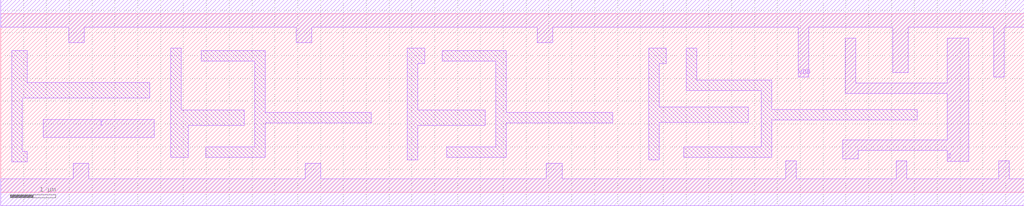
<source format=lef>
# Copyright 2022 GlobalFoundries PDK Authors
#
# Licensed under the Apache License, Version 2.0 (the "License");
# you may not use this file except in compliance with the License.
# You may obtain a copy of the License at
#
#      http://www.apache.org/licenses/LICENSE-2.0
#
# Unless required by applicable law or agreed to in writing, software
# distributed under the License is distributed on an "AS IS" BASIS,
# WITHOUT WARRANTIES OR CONDITIONS OF ANY KIND, either express or implied.
# See the License for the specific language governing permissions and
# limitations under the License.

MACRO gf180mcu_fd_sc_mcu7t5v0__dlyd_4
  CLASS core ;
  FOREIGN gf180mcu_fd_sc_mcu7t5v0__dlyd_4 0.0 0.0 ;
  ORIGIN 0 0 ;
  SYMMETRY X Y ;
  SITE GF018hv5v_mcu_sc7 ;
  SIZE 22.4 BY 3.92 ;
  PIN I
    DIRECTION INPUT ;
    ANTENNAGATEAREA 0.396 ;
    PORT
      LAYER Metal1 ;
        POLYGON 0.93 1.2 3.355 1.2 3.355 1.6 0.93 1.6  ;
    END
  END I
  PIN Z
    DIRECTION OUTPUT ;
    ANTENNADIFFAREA 2.1216 ;
    PORT
      LAYER Metal1 ;
        POLYGON 18.48 2.165 20.065 2.165 20.72 2.165 20.72 1.15 18.425 1.15 18.425 0.73 18.765 0.73 18.765 0.92 20.72 0.92 20.72 0.675 21.19 0.675 21.19 3.38 20.72 3.38 20.72 2.395 20.065 2.395 18.71 2.395 18.71 3.38 18.48 3.38  ;
    END
  END Z
  PIN VDD
    DIRECTION INOUT ;
    USE power ;
    SHAPE ABUTMENT ;
    PORT
      LAYER Metal1 ;
        POLYGON 0 3.62 1.485 3.62 1.485 3.285 1.825 3.285 1.825 3.62 3.265 3.62 6.465 3.62 6.465 3.285 6.805 3.285 6.805 3.62 8.115 3.62 11.745 3.62 11.745 3.285 12.085 3.285 12.085 3.62 13.395 3.62 17.46 3.62 17.46 2.53 17.69 2.53 17.69 3.62 19.525 3.62 19.525 2.625 19.865 2.625 19.865 3.62 20.065 3.62 21.74 3.62 21.74 2.53 21.97 2.53 21.97 3.62 22.4 3.62 22.4 4.22 20.065 4.22 13.395 4.22 8.115 4.22 3.265 4.22 0 4.22  ;
    END
  END VDD
  PIN VSS
    DIRECTION INOUT ;
    USE ground ;
    SHAPE ABUTMENT ;
    PORT
      LAYER Metal1 ;
        POLYGON 0 -0.3 22.4 -0.3 22.4 0.3 22.07 0.3 22.07 0.69 21.84 0.69 21.84 0.3 19.83 0.3 19.83 0.69 19.6 0.69 19.6 0.3 17.41 0.3 17.41 0.69 17.18 0.69 17.18 0.3 12.285 0.3 12.285 0.635 11.945 0.635 11.945 0.3 7.005 0.3 7.005 0.635 6.665 0.635 6.665 0.3 1.925 0.3 1.925 0.635 1.585 0.635 1.585 0.3 0 0.3  ;
    END
  END VSS
  OBS
      LAYER Metal1 ;
        POLYGON 0.475 2.065 3.265 2.065 3.265 2.405 0.585 2.405 0.585 3.105 0.245 3.105 0.245 0.67 0.585 0.67 0.585 0.9 0.475 0.9  ;
        POLYGON 3.72 0.77 4.105 0.77 4.105 1.465 5.33 1.465 5.33 1.805 3.95 1.805 3.95 3.16 3.72 3.16  ;
        POLYGON 4.385 2.875 5.56 2.875 5.56 1 4.485 1 4.485 0.77 5.79 0.77 5.79 1.52 8.115 1.52 8.115 1.75 5.79 1.75 5.79 3.105 4.385 3.105  ;
        POLYGON 8.9 0.715 9.13 0.715 9.13 1.465 10.61 1.465 10.61 1.805 9.13 1.805 9.13 2.82 9.285 2.82 9.285 3.16 8.9 3.16  ;
        POLYGON 9.665 2.875 10.84 2.875 10.84 1 9.765 1 9.765 0.77 11.07 0.77 11.07 1.52 13.395 1.52 13.395 1.75 11.07 1.75 11.07 3.105 9.665 3.105  ;
        POLYGON 14.18 0.715 14.41 0.715 14.41 1.535 16.36 1.535 16.36 1.875 14.41 1.875 14.41 2.82 14.565 2.82 14.565 3.16 14.18 3.16  ;
        POLYGON 15 2.235 16.65 2.235 16.65 1 14.945 1 14.945 0.77 16.88 0.77 16.88 1.59 20.065 1.59 20.065 1.82 16.88 1.82 16.88 2.465 15.23 2.465 15.23 3.16 15 3.16  ;
  END
END gf180mcu_fd_sc_mcu7t5v0__dlyd_4

</source>
